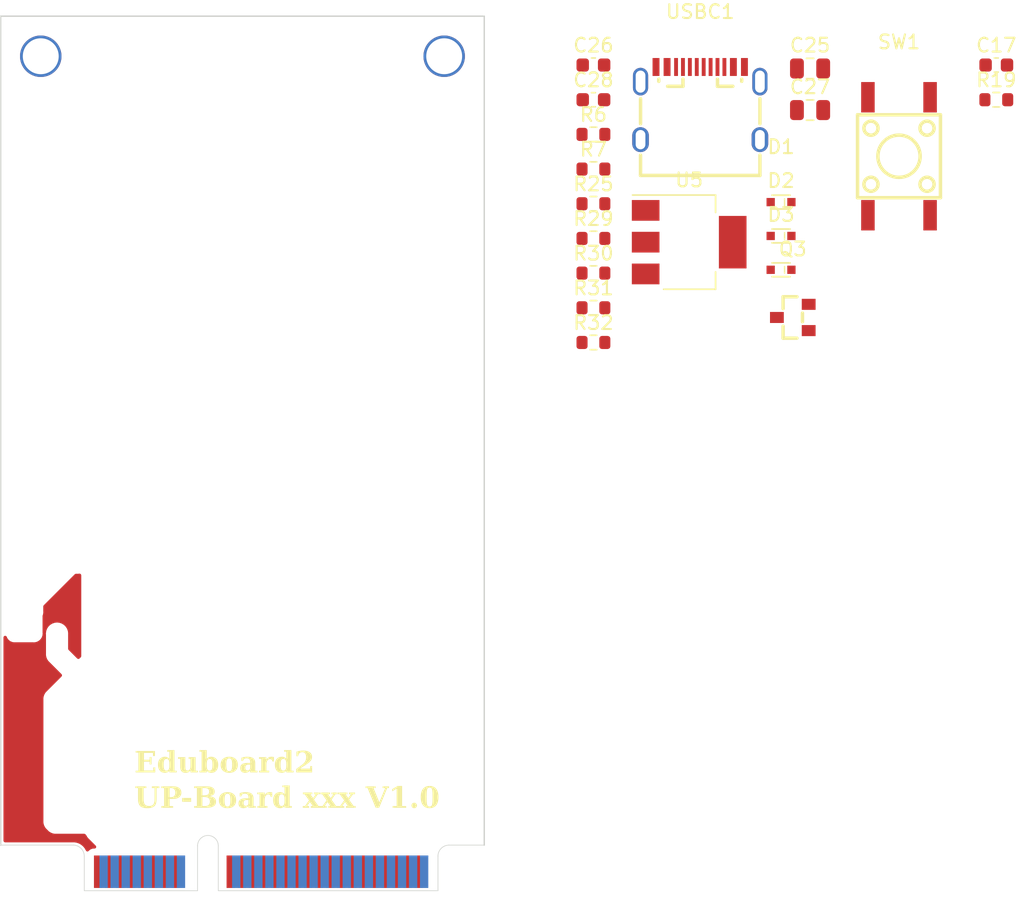
<source format=kicad_pcb>
(kicad_pcb (version 20221018) (generator pcbnew)
  (layers (0 "F.Cu" signal "Front") (1 "In1.Cu" signal) (2 "In2.Cu" signal) (31 "B.Cu" signal "Back") (34 "B.Paste" user) (35 "F.Paste" user) (36 "B.SilkS" user "B.Silkscreen") (37 "F.SilkS" user "F.Silkscreen") (38 "B.Mask" user) (39 "F.Mask" user) (44 "Edge.Cuts" user))
  (property "HW_VERSION" "1.0")
  (net 0 "")
  (net 1 "VBUS")
  (net 2 "+5V")
  (net 3 "UP_Reset")
  (net 4 "USB_Debug_D-")
  (net 6 "USB_Debug_D+")
  (net 10 "D+")
  (net 11 "D-")
  (net 24 "GPIO_RotEnc_SW")
  (net 33 "GPIO_PWM_R")
  (net 34 "GND")
  (net 37 "/DebugChip/D_N")
  (net 38 "/DebugChip/D_P")
  (net 39 "+3V3")
  (net 40 "Net-(USBC1-CC2)")
  (net 42 "Net-(USBC1-CC1)")
  (net 44 "GPIO_PWM_G")
  (net 45 "GPIO_PWM_B")
  (net 46 "GPIO_LED0")
  (net 47 "GPIO_LED1")
  (net 48 "GPIO_LED2")
  (net 49 "GPIO_LED3")
  (net 50 "GPIO_LED4")
  (net 51 "GPIO_LED5")
  (net 52 "GPIO_LED6")
  (net 53 "GPIO_LED7")
  (net 54 "Net-(Q3-D)")
  (net 55 "3.3V_Sense")
  (net 56 "GPIO_Buzzer")
  (net 57 "GPIO_RotEnc_A")
  (net 58 "GPIO_RotEnc_B")
  (footprint "Resistor_SMD:R_0603_1608Metric" (layer "F.Cu") (at 143.4325 117.76)
    (fp_text reference "R32" (at 0 -1.43) (layer "F.SilkS"))
    (fp_text value "0R")
    (fp_line (start -0.237258 -0.5225) (end 0.237258 -0.5225) (stroke (width 0.12)) (layer "F.SilkS"))
    (fp_line (start -0.237258 0.5225) (end 0.237258 0.5225) (stroke (width 0.12)) (layer "F.SilkS"))
    (pad "1" smd roundrect (at -0.825 0) (size 0.8 0.95) (layers "F.Cu" "F.Paste" "F.Mask") (net 10 "D+"))
    (pad "2" smd roundrect (at 0.825 0) (size 0.8 0.95) (layers "F.Cu" "F.Paste" "F.Mask") (net 38 "/DebugChip/D_P"))
  )
  (footprint "EduboardV2_kicadlib:USB-C-SMD_TYPE-C-USB-17" (layer "F.Cu") (at 151.1625 100.45)
    (fp_text reference "USBC1" (at 0 -6.63) (layer "F.SilkS"))
    (fp_text value "USB3.1C16PFSMT")
    (fp_line (start -4.32 1.48) (end -4.32 -0.33) (stroke (width 0.25)) (layer "F.SilkS"))
    (fp_line (start -4.32 5.22) (end -4.32 3.75) (stroke (width 0.25)) (layer "F.SilkS"))
    (fp_line (start -3 -1.59) (end -3 -1.75) (stroke (width 0.25)) (layer "F.SilkS"))
    (fp_line (start -2.36 -1.23) (end -1.25 -1.23) (stroke (width 0.25)) (layer "F.SilkS"))
    (fp_line (start -1.25 -1.23) (end -1.25 -1.75) (stroke (width 0.25)) (layer "F.SilkS"))
    (fp_line (start 1.25 -1.23) (end 1.25 -1.75) (stroke (width 0.25)) (layer "F.SilkS"))
    (fp_line (start 1.25 -1.23) (end 2.36 -1.23) (stroke (width 0.25)) (layer "F.SilkS"))
    (fp_line (start 3 -1.59) (end 3 -1.75) (stroke (width 0.25)) (layer "F.SilkS"))
    (fp_line (start 4.32 1.48) (end 4.32 -0.33) (stroke (width 0.25)) (layer "F.SilkS"))
    (fp_line (start 4.32 5.22) (end -4.32 5.22) (stroke (width 0.25)) (layer "F.SilkS"))
    (fp_line (start 4.32 5.22) (end 4.32 3.75) (stroke (width 0.25)) (layer "F.SilkS"))
    (pad "" np_thru_hole circle (at -2.89 -0.96) (size 0.75 0.75) (drill 0.75) (layers "F&B.Cu" "*.Mask"))
    (pad "" np_thru_hole circle (at 2.89 -0.96) (size 0.75 0.75) (drill 0.75) (layers "F&B.Cu" "*.Mask"))
    (pad "0" thru_hole oval (at -4.32 -1.57) (size 1.1 2) (drill oval 0.700024 1.600022) (layers "*.Cu" "*.Mask") (net 34 "GND"))
    (pad "0" thru_hole oval (at -4.32 2.63) (size 1.2 1.8) (drill oval 0.700024 1.399997) (layers "*.Cu" "*.Mask") (net 34 "GND"))
    (pad "0" thru_hole oval (at 4.32 -1.57) (size 1.1 2) (drill oval 0.700024 1.599971) (layers "*.Cu" "*.Mask") (net 34 "GND"))
    (pad "0" thru_hole oval (at 4.32 2.63) (size 1.2 1.8) (drill oval 0.700024 1.399997) (layers "*.Cu" "*.Mask") (net 34 "GND"))
    (pad "A1" smd rect (at -3.2 -2.63) (size 0.5 1.3) (layers "F.Cu" "F.Paste" "F.Mask") (net 34 "GND"))
    (pad "A4" smd rect (at -2.4 -2.63) (size 0.5 1.3) (layers "F.Cu" "F.Paste" "F.Mask") (net 1 "VBUS"))
    (pad "A5" smd rect (at -1.25 -2.63) (size 0.28 1.3) (layers "F.Cu" "F.Paste" "F.Mask") (net 42 "Net-(USBC1-CC1)"))
    (pad "A6" smd rect (at -0.25 -2.63) (size 0.28 1.3) (layers "F.Cu" "F.Paste" "F.Mask") (net 10 "D+"))
    (pad "A7" smd rect (at 0.25 -2.63) (size 0.28 1.3) (layers "F.Cu" "F.Paste" "F.Mask") (net 11 "D-"))
    (pad "A8" smd rect (at 1.25 -2.63) (size 0.28 1.3) (layers "F.Cu" "F.Paste" "F.Mask"))
    (pad "A9" smd rect (at 2.4 -2.63) (size 0.5 1.3) (layers "F.Cu" "F.Paste" "F.Mask") (net 1 "VBUS"))
    (pad "A12" smd rect (at 3.2 -2.63) (size 0.5 1.3) (layers "F.Cu" "F.Paste" "F.Mask") (net 34 "GND"))
    (pad "B5" smd rect (at 1.75 -2.63) (size 0.28 1.3) (layers "F.Cu" "F.Paste" "F.Mask") (net 40 "Net-(USBC1-CC2)"))
    (pad "B6" smd rect (at 0.75 -2.63) (size 0.28 1.3) (layers "F.Cu" "F.Paste" "F.Mask") (net 10 "D+"))
    (pad "B7" smd rect (at -0.75 -2.63) (size 0.28 1.3) (layers "F.Cu" "F.Paste" "F.Mask") (net 11 "D-"))
    (pad "B8" smd rect (at -1.75 -2.63) (size 0.28 1.3) (layers "F.Cu" "F.Paste" "F.Mask"))
  )
  (footprint "Resistor_SMD:R_0603_1608Metric" (layer "F.Cu") (at 172.5925 100.19)
    (fp_text reference "R19" (at 0 -1.43) (layer "F.SilkS"))
    (fp_text value "10k")
    (fp_line (start -0.237258 -0.5225) (end 0.237258 -0.5225) (stroke (width 0.12)) (layer "F.SilkS"))
    (fp_line (start -0.237258 0.5225) (end 0.237258 0.5225) (stroke (width 0.12)) (layer "F.SilkS"))
    (pad "1" smd roundrect (at -0.825 0) (size 0.8 0.95) (layers "F.Cu" "F.Paste" "F.Mask") (net 39 "+3V3"))
    (pad "2" smd roundrect (at 0.825 0) (size 0.8 0.95) (layers "F.Cu" "F.Paste" "F.Mask") (net 3 "UP_Reset"))
  )
  (footprint "EduboardV2_kicadlib:KEY-SMD_4P-L6.0-W6.0-P4.50-LS9.5-BL" (layer "F.Cu") (at 165.55 104.28)
    (fp_text reference "SW1" (at 0 -8.27) (layer "F.SilkS"))
    (fp_text value "K2-1102SP-C4SC-04")
    (fp_line (start -3 -3) (end 3 -3) (stroke (width 0.25)) (layer "F.SilkS"))
    (fp_line (start -3 3) (end -3 -3) (stroke (width 0.25)) (layer "F.SilkS"))
    (fp_line (start 3 -3) (end 3 3) (stroke (width 0.25)) (layer "F.SilkS"))
    (fp_line (start 3 3) (end -3 3) (stroke (width 0.25)) (layer "F.SilkS"))
    (fp_circle (center -2.03 -2.03) (end -1.52 -2.03) (stroke (width 0.25)) (fill none) (layer "F.SilkS"))
    (fp_circle (center -2.03 2.03) (end -1.52 2.03) (stroke (width 0.25)) (fill none) (layer "F.SilkS"))
    (fp_circle (center 0 0) (end 1.53 0) (stroke (width 0.25)) (fill none) (layer "F.SilkS"))
    (fp_circle (center 2.03 -2.03) (end 2.54 -2.03) (stroke (width 0.25)) (fill none) (layer "F.SilkS"))
    (fp_circle (center 2.03 2.03) (end 2.54 2.03) (stroke (width 0.25)) (fill none) (layer "F.SilkS"))
    (pad "1" smd rect (at -2.25 4.27) (size 0.98 2.2) (layers "F.Cu" "F.Paste" "F.Mask") (net 3 "UP_Reset"))
    (pad "2" smd rect (at -2.25 -4.27) (size 0.98 2.2) (layers "F.Cu" "F.Paste" "F.Mask") (net 3 "UP_Reset"))
    (pad "3" smd rect (at 2.25 4.27) (size 0.98 2.2) (layers "F.Cu" "F.Paste" "F.Mask") (net 34 "GND"))
    (pad "4" smd rect (at 2.25 -4.27) (size 0.98 2.2) (layers "F.Cu" "F.Paste" "F.Mask") (net 34 "GND"))
  )
  (footprint "EduboardV2_kicadlib:mini-PCIe_F1_Full" (layer "F.Cu") (at 115.53 157.4425)
    (fp_text reference "J1" hide)
    (fp_text value "EduboardV2 PCIE UP Board Connector")
    (fp_line (start -15 -63.3) (end -15 -3.3) (stroke (width 0.1)) (layer "Edge.Cuts"))
    (fp_line (start -15 -3.3) (end -9.75 -3.3) (stroke (width 0.05)) (layer "Edge.Cuts"))
    (fp_line (start -8.95 0) (end -8.95 -2.5) (stroke (width 0.05)) (layer "Edge.Cuts"))
    (fp_line (start -0.75 0) (end -8.95 0) (stroke (width 0.05)) (layer "Edge.Cuts"))
    (fp_line (start -0.75 0) (end -0.75 -3.25) (stroke (width 0.05)) (layer "Edge.Cuts"))
    (fp_line (start 0.75 0) (end 0.75 -3.25) (stroke (width 0.05)) (layer "Edge.Cuts"))
    (fp_line (start 0.75 0) (end 16.65 0) (stroke (width 0.05)) (layer "Edge.Cuts"))
    (fp_line (start 16.65 0) (end 16.65 -2.5) (stroke (width 0.05)) (layer "Edge.Cuts"))
    (fp_line (start 17.45 -3.3) (end 20 -3.3) (stroke (width 0.05)) (layer "Edge.Cuts"))
    (fp_line (start 20 -63.3) (end -15 -63.3) (stroke (width 0.1)) (layer "Edge.Cuts"))
    (fp_line (start 20 -3.3) (end 20 -63.3) (stroke (width 0.1)) (layer "Edge.Cuts"))
    (fp_arc (start -9.75 -3.3) (mid -9.184315 -3.065685) (end -8.95 -2.5) (stroke (width 0.05)) (layer "Edge.Cuts"))
    (fp_arc (start -0.75 -3.25) (mid 0 -4) (end 0.75 -3.25) (stroke (width 0.05)) (layer "Edge.Cuts"))
    (fp_arc (start 16.65 -2.5) (mid 16.884315 -3.065685) (end 17.45 -3.3) (stroke (width 0.05)) (layer "Edge.Cuts"))
    (pad "" np_thru_hole circle locked (at -12.1 -60.4) (size 3 3) (drill 2.6) (layers "F&B.Cu"))
    (pad "" np_thru_hole circle locked (at 17.1 -60.4) (size 3 3) (drill 2.6) (layers "F&B.Cu"))
    (pad "1" smd rect locked (at -7.95 -1.375) (size 0.6 2.35) (layers "F.Cu" "F.Mask") (net 34 "GND"))
    (pad "2" smd rect locked (at -7.55 -1.375) (size 0.6 2.35) (layers "B.Cu" "B.Mask") (net 1 "VBUS"))
    (pad "3" smd rect locked (at -7.15 -1.375) (size 0.6 2.35) (layers "F.Cu" "F.Mask") (net 2 "+5V"))
    (pad "4" smd rect locked (at -6.75 -1.375) (size 0.6 2.35) (layers "B.Cu" "B.Mask") (net 2 "+5V"))
    (pad "5" smd rect locked (at -6.35 -1.375) (size 0.6 2.35) (layers "F.Cu" "F.Mask") (net 39 "+3V3"))
    (pad "6" smd rect locked (at -5.95 -1.375) (size 0.6 2.35) (layers "B.Cu" "B.Mask") (net 55 "3.3V_Sense"))
    (pad "7" smd rect locked (at -5.55 -1.375) (size 0.6 2.35) (layers "F.Cu" "F.Mask") (net 34 "GND"))
    (pad "8" smd rect locked (at -5.15 -1.375) (size 0.6 2.35) (layers "B.Cu" "B.Mask") (net 34 "GND"))
    (pad "9" smd rect locked (at -4.75 -1.375) (size 0.6 2.35) (layers "F.Cu" "F.Mask"))
    (pad "10" smd rect locked (at -4.35 -1.375) (size 0.6 2.35) (layers "B.Cu" "B.Mask") (net 4 "USB_Debug_D-"))
    (pad "11" smd rect locked (at -3.95 -1.375) (size 0.6 2.35) (layers "F.Cu" "F.Mask"))
    (pad "12" smd rect locked (at -3.55 -1.375) (size 0.6 2.35) (layers "B.Cu" "B.Mask") (net 6 "USB_Debug_D+"))
    (pad "13" smd rect locked (at -3.15 -1.375) (size 0.6 2.35) (layers "F.Cu" "F.Mask"))
    (pad "14" smd rect locked (at -2.75 -1.375) (size 0.6 2.35) (layers "B.Cu" "B.Mask") (net 34 "GND"))
    (pad "15" smd rect locked (at -2.35 -1.375) (size 0.6 2.35) (layers "F.Cu" "F.Mask"))
    (pad "16" smd rect locked (at -1.95 -1.375) (size 0.6 2.35) (layers "B.Cu" "B.Mask"))
    (pad "17" smd rect locked (at 1.65 -1.375) (size 0.6 2.35) (layers "F.Cu" "F.Mask"))
    (pad "18" smd rect locked (at 2.05 -1.375) (size 0.6 2.35) (layers "B.Cu" "B.Mask"))
    (pad "19" smd rect locked (at 2.45 -1.375) (size 0.6 2.35) (layers "F.Cu" "F.Mask"))
    (pad "20" smd rect locked (at 2.85 -1.375) (size 0.6 2.35) (layers "B.Cu" "B.Mask"))
    (pad "21" smd rect locked (at 3.25 -1.375) (size 0.6 2.35) (layers "F.Cu" "F.Mask") (net 58 "GPIO_RotEnc_B"))
    (pad "22" smd rect locked (at 3.65 -1.375) (size 0.6 2.35) (layers "B.Cu" "B.Mask"))
    (pad "23" smd rect locked (at 4.05 -1.375) (size 0.6 2.35) (layers "F.Cu" "F.Mask") (net 57 "GPIO_RotEnc_A"))
    (pad "24" smd rect locked (at 4.45 -1.375) (size 0.6 2.35) (layers "B.Cu" "B.Mask"))
    (pad "25" smd rect locked (at 4.85 -1.375) (size 0.6 2.35) (layers "F.Cu" "F.Mask") (net 24 "GPIO_RotEnc_SW"))
    (pad "26" smd rect locked (at 5.25 -1.375) (size 0.6 2.35) (layers "B.Cu" "B.Mask"))
    (pad "27" smd rect locked (at 5.65 -1.375) (size 0.6 2.35) (layers "F.Cu" "F.Mask") (net 56 "GPIO_Buzzer"))
    (pad "28" smd rect locked (at 6.05 -1.375) (size 0.6 2.35) (layers "B.Cu" "B.Mask"))
    (pad "29" smd rect locked (at 6.45 -1.375) (size 0.6 2.35) (layers "F.Cu" "F.Mask"))
    (pad "30" smd rect locked (at 6.85 -1.375) (size 0.6 2.35) (layers "B.Cu" "B.Mask"))
    (pad "31" smd rect locked (at 7.25 -1.375) (size 0.6 2.35) (layers "F.Cu" "F.Mask") (net 33 "GPIO_PWM_R"))
    (pad "32" smd rect locked (at 7.65 -1.375) (size 0.6 2.35) (layers "B.Cu" "B.Mask"))
    (pad "33" smd rect locked (at 8.05 -1.375) (size 0.6 2.35) (layers "F.Cu" "F.Mask") (net 44 "GPIO_PWM_G"))
    (pad "34" smd rect locked (at 8.45 -1.375) (size 0.6 2.35) (layers "B.Cu" "B.Mask"))
    (pad "35" smd rect locked (at 8.85 -1.375) (size 0.6 2.35) (layers "F.Cu" "F.Mask") (net 45 "GPIO_PWM_B"))
    (pad "36" smd rect locked (at 9.25 -1.375) (size 0.6 2.35) (layers "B.Cu" "B.Mask"))
    (pad "37" smd rect locked (at 9.65 -1.375) (size 0.6 2.35) (layers "F.Cu" "F.Mask") (net 46 "GPIO_LED0"))
    (pad "38" smd rect locked (at 10.05 -1.375) (size 0.6 2.35) (layers "B.Cu" "B.Mask"))
    (pad "39" smd rect locked (at 10.45 -1.375) (size 0.6 2.35) (layers "F.Cu" "F.Mask") (net 47 "GPIO_LED1"))
    (pad "40" smd rect locked (at 10.85 -1.375) (size 0.6 2.35) (layers "B.Cu" "B.Mask"))
    (pad "41" smd rect locked (at 11.25 -1.375) (size 0.6 2.35) (layers "F.Cu" "F.Mask") (net 48 "GPIO_LED2"))
    (pad "42" smd rect locked (at 11.65 -1.375) (size 0.6 2.35) (layers "B.Cu" "B.Mask"))
    (pad "43" smd rect locked (at 12.05 -1.375) (size 0.6 2.35) (layers "F.Cu" "F.Mask") (net 49 "GPIO_LED3"))
    (pad "44" smd rect locked (at 12.45 -1.375) (size 0.6 2.35) (layers "B.Cu" "B.Mask"))
    (pad "45" smd rect locked (at 12.85 -1.375) (size 0.6 2.35) (layers "F.Cu" "F.Mask") (net 50 "GPIO_LED4"))
    (pad "46" smd rect locked (at 13.25 -1.375) (size 0.6 2.35) (layers "B.Cu" "B.Mask"))
    (pad "47" smd rect locked (at 13.65 -1.375) (size 0.6 2.35) (layers "F.Cu" "F.Mask") (net 51 "GPIO_LED5"))
    (pad "48" smd rect locked (at 14.05 -1.375) (size 0.6 2.35) (layers "B.Cu" "B.Mask"))
    (pad "49" smd rect locked (at 14.45 -1.375) (size 0.6 2.35) (layers "F.Cu" "F.Mask") (net 52 "GPIO_LED6"))
    (pad "50" smd rect locked (at 14.85 -1.375) (size 0.6 2.35) (layers "B.Cu" "B.Mask"))
    (pad "51" smd rect locked (at 15.25 -1.375) (size 0.6 2.35) (layers "F.Cu" "F.Mask") (net 53 "GPIO_LED7"))
    (pad "52" smd rect locked (at 15.65 -1.375) (size 0.6 2.35) (layers "B.Cu" "B.Mask"))
  )
  (footprint "EduboardV2_kicadlib:SOT-23_L2.9-W1.3-P1.90-LS2.4-BR" (layer "F.Cu") (at 157.8625 115.95)
    (fp_text reference "Q3" (at 0 -4.95) (layer "F.SilkS"))
    (fp_text value "AO3401A")
    (fp_line (start -0.7 -1.5) (end 0.3 -1.5) (stroke (width 0.25)) (layer "F.SilkS"))
    (fp_line (start -0.7 -0.64) (end -0.7 -1.5) (stroke (width 0.25)) (layer "F.SilkS"))
    (fp_line (start -0.7 1.5) (end -0.7 0.63) (stroke (width 0.25)) (layer "F.SilkS"))
    (fp_line (start -0.7 1.5) (end 0.3 1.5) (stroke (width 0.25)) (layer "F.SilkS"))
    (fp_line (start 0.7 0.31) (end 0.7 -0.32) (stroke (width 0.25)) (layer "F.SilkS"))
    (pad "1" smd rect (at 1.15 0.95 180) (size 1 0.8) (layers "F.Cu" "F.Paste" "F.Mask") (net 55 "3.3V_Sense"))
    (pad "2" smd rect (at 1.15 -0.95 180) (size 1 0.8) (layers "F.Cu" "F.Paste" "F.Mask") (net 39 "+3V3"))
    (pad "3" smd rect (at -1.15 0 180) (size 1 0.8) (layers "F.Cu" "F.Paste" "F.Mask") (net 54 "Net-(Q3-D)"))
  )
  (footprint "Capacitor_SMD:C_0603_1608Metric" (layer "F.Cu") (at 172.5925 97.68)
    (fp_text reference "C17" (at 0 -1.43) (layer "F.SilkS"))
    (fp_text value "100n")
    (fp_line (start -0.14058 -0.51) (end 0.14058 -0.51) (stroke (width 0.12)) (layer "F.SilkS"))
    (fp_line (start -0.14058 0.51) (end 0.14058 0.51) (stroke (width 0.12)) (layer "F.SilkS"))
    (pad "1" smd roundrect (at -0.775 0) (size 0.9 0.95) (layers "F.Cu" "F.Paste" "F.Mask") (net 3 "UP_Reset"))
    (pad "2" smd roundrect (at 0.775 0) (size 0.9 0.95) (layers "F.Cu" "F.Paste" "F.Mask") (net 34 "GND"))
  )
  (footprint "Resistor_SMD:R_0603_1608Metric" (layer "F.Cu") (at 143.4325 110.23)
    (fp_text reference "R29" (at 0 -1.43) (layer "F.SilkS"))
    (fp_text value "0R")
    (fp_line (start -0.237258 -0.5225) (end 0.237258 -0.5225) (stroke (width 0.12)) (layer "F.SilkS"))
    (fp_line (start -0.237258 0.5225) (end 0.237258 0.5225) (stroke (width 0.12)) (layer "F.SilkS"))
    (pad "1" smd roundrect (at -0.825 0) (size 0.8 0.95) (layers "F.Cu" "F.Paste" "F.Mask") (net 4 "USB_Debug_D-"))
    (pad "2" smd roundrect (at 0.825 0) (size 0.8 0.95) (layers "F.Cu" "F.Paste" "F.Mask") (net 37 "/DebugChip/D_N"))
  )
  (footprint "Resistor_SMD:R_0603_1608Metric" (layer "F.Cu") (at 143.4325 115.25)
    (fp_text reference "R31" (at 0 -1.43) (layer "F.SilkS"))
    (fp_text value "0R")
    (fp_line (start -0.237258 -0.5225) (end 0.237258 -0.5225) (stroke (width 0.12)) (layer "F.SilkS"))
    (fp_line (start -0.237258 0.5225) (end 0.237258 0.5225) (stroke (width 0.12)) (layer "F.SilkS"))
    (pad "1" smd roundrect (at -0.825 0) (size 0.8 0.95) (layers "F.Cu" "F.Paste" "F.Mask") (net 11 "D-"))
    (pad "2" smd roundrect (at 0.825 0) (size 0.8 0.95) (layers "F.Cu" "F.Paste" "F.Mask") (net 37 "/DebugChip/D_N"))
  )
  (footprint "Resistor_SMD:R_0603_1608Metric" (layer "F.Cu") (at 143.4325 112.74)
    (fp_text reference "R30" (at 0 -1.43) (layer "F.SilkS"))
    (fp_text value "0R")
    (fp_line (start -0.237258 -0.5225) (end 0.237258 -0.5225) (stroke (width 0.12)) (layer "F.SilkS"))
    (fp_line (start -0.237258 0.5225) (end 0.237258 0.5225) (stroke (width 0.12)) (layer "F.SilkS"))
    (pad "1" smd roundrect (at -0.825 0) (size 0.8 0.95) (layers "F.Cu" "F.Paste" "F.Mask") (net 6 "USB_Debug_D+"))
    (pad "2" smd roundrect (at 0.825 0) (size 0.8 0.95) (layers "F.Cu" "F.Paste" "F.Mask") (net 38 "/DebugChip/D_P"))
  )
  (footprint "Resistor_SMD:R_0603_1608Metric" (layer "F.Cu") (at 143.4325 107.72)
    (fp_text reference "R25" (at 0 -1.43) (layer "F.SilkS"))
    (fp_text value "2k2")
    (fp_line (start -0.237258 -0.5225) (end 0.237258 -0.5225) (stroke (width 0.12)) (layer "F.SilkS"))
    (fp_line (start -0.237258 0.5225) (end 0.237258 0.5225) (stroke (width 0.12)) (layer "F.SilkS"))
    (pad "1" smd roundrect (at -0.825 0) (size 0.8 0.95) (layers "F.Cu" "F.Paste" "F.Mask") (net 55 "3.3V_Sense"))
    (pad "2" smd roundrect (at 0.825 0) (size 0.8 0.95) (layers "F.Cu" "F.Paste" "F.Mask") (net 34 "GND"))
  )
  (footprint "Capacitor_SMD:C_0805_2012Metric" (layer "F.Cu") (at 159.1125 97.93)
    (fp_text reference "C25" (at 0 -1.68) (layer "F.SilkS"))
    (fp_text value "4u7")
    (fp_line (start -0.261252 -0.735) (end 0.261252 -0.735) (stroke (width 0.12)) (layer "F.SilkS"))
    (fp_line (start -0.261252 0.735) (end 0.261252 0.735) (stroke (width 0.12)) (layer "F.SilkS"))
    (pad "1" smd roundrect (at -0.95 0) (size 1 1.45) (layers "F.Cu" "F.Paste" "F.Mask") (net 34 "GND"))
    (pad "2" smd roundrect (at 0.95 0) (size 1 1.45) (layers "F.Cu" "F.Paste" "F.Mask") (net 1 "VBUS"))
  )
  (footprint "EduboardV2_kicadlib:SOD-523_L1.2-W0.8-LS1.6-BI" (layer "F.Cu") (at 157.0125 112.5)
    (fp_text reference "D3" (at 0 -4) (layer "F.SilkS"))
    (fp_text value "LESD5D5.0CT1G")
    (fp_line (start -0.65 -0.5) (end 0.65 -0.5) (stroke (width 0.13)) (layer "F.SilkS"))
    (fp_line (start -0.65 0.5) (end 0.65 0.5) (stroke (width 0.13)) (layer "F.SilkS"))
    (fp_line (start 0.254 -0.24) (end 0.254 0.24) (stroke (width 0.1)) (layer "F.SilkS"))
    (pad "1" smd rect (at -0.75 0) (size 0.6 0.6) (layers "F.Cu" "F.Paste" "F.Mask") (net 34 "GND"))
    (pad "2" smd rect (at 0.75 0 180) (size 0.6 0.6) (layers "F.Cu" "F.Paste" "F.Mask") (net 11 "D-"))
  )
  (footprint "Capacitor_SMD:C_0603_1608Metric" (layer "F.Cu") (at 143.4325 100.19)
    (fp_text reference "C28" (at 0 -1.43) (layer "F.SilkS"))
    (fp_text value "100n")
    (fp_line (start -0.14058 -0.51) (end 0.14058 -0.51) (stroke (width 0.12)) (layer "F.SilkS"))
    (fp_line (start -0.14058 0.51) (end 0.14058 0.51) (stroke (width 0.12)) (layer "F.SilkS"))
    (pad "1" smd roundrect (at -0.775 0) (size 0.9 0.95) (layers "F.Cu" "F.Paste" "F.Mask") (net 34 "GND"))
    (pad "2" smd roundrect (at 0.775 0) (size 0.9 0.95) (layers "F.Cu" "F.Paste" "F.Mask") (net 54 "Net-(Q3-D)"))
  )
  (footprint "Capacitor_SMD:C_0603_1608Metric" (layer "F.Cu") (at 143.4325 97.68)
    (fp_text reference "C26" (at 0 -1.43) (layer "F.SilkS"))
    (fp_text value "100n")
    (fp_line (start -0.14058 -0.51) (end 0.14058 -0.51) (stroke (width 0.12)) (layer "F.SilkS"))
    (fp_line (start -0.14058 0.51) (end 0.14058 0.51) (stroke (width 0.12)) (layer "F.SilkS"))
    (pad "1" smd roundrect (at -0.775 0) (size 0.9 0.95) (layers "F.Cu" "F.Paste" "F.Mask") (net 34 "GND"))
    (pad "2" smd roundrect (at 0.775 0) (size 0.9 0.95) (layers "F.Cu" "F.Paste" "F.Mask") (net 1 "VBUS"))
  )
  (footprint "Resistor_SMD:R_0603_1608Metric" (layer "F.Cu") (at 143.4325 105.21)
    (fp_text reference "R7" (at 0 -1.43) (layer "F.SilkS"))
    (fp_text value "10k")
    (fp_line (start -0.237258 -0.5225) (end 0.237258 -0.5225) (stroke (width 0.12)) (layer "F.SilkS"))
    (fp_line (start -0.237258 0.5225) (end 0.237258 0.5225) (stroke (width 0.12)) (layer "F.SilkS"))
    (pad "1" smd roundrect (at -0.825 0) (size 0.8 0.95) (layers "F.Cu" "F.Paste" "F.Mask") (net 42 "Net-(USBC1-CC1)"))
    (pad "2" smd roundrect (at 0.825 0) (size 0.8 0.95) (layers "F.Cu" "F.Paste" "F.Mask") (net 34 "GND"))
  )
  (footprint "Capacitor_SMD:C_0805_2012Metric" (layer "F.Cu") (at 159.1125 100.94)
    (fp_text reference "C27" (at 0 -1.68) (layer "F.SilkS"))
    (fp_text value "4u7")
    (fp_line (start -0.261252 -0.735) (end 0.261252 -0.735) (stroke (width 0.12)) (layer "F.SilkS"))
    (fp_line (start -0.261252 0.735) (end 0.261252 0.735) (stroke (width 0.12)) (layer "F.SilkS"))
    (pad "1" smd roundrect (at -0.95 0) (size 1 1.45) (layers "F.Cu" "F.Paste" "F.Mask") (net 34 "GND"))
    (pad "2" smd roundrect (at 0.95 0) (size 1 1.45) (layers "F.Cu" "F.Paste" "F.Mask") (net 54 "Net-(Q3-D)"))
  )
  (footprint "EduboardV2_kicadlib:SOD-523_L1.2-W0.8-LS1.6-BI" (layer "F.Cu") (at 157.0125 110.05)
    (fp_text reference "D2" (at 0 -4) (layer "F.SilkS"))
    (fp_text value "LESD5D5.0CT1G")
    (fp_line (start -0.65 -0.5) (end 0.65 -0.5) (stroke (width 0.13)) (layer "F.SilkS"))
    (fp_line (start -0.65 0.5) (end 0.65 0.5) (stroke (width 0.13)) (layer "F.SilkS"))
    (fp_line (start 0.254 -0.24) (end 0.254 0.24) (stroke (width 0.1)) (layer "F.SilkS"))
    (pad "1" smd rect (at -0.75 0) (size 0.6 0.6) (layers "F.Cu" "F.Paste" "F.Mask") (net 34 "GND"))
    (pad "2" smd rect (at 0.75 0 180) (size 0.6 0.6) (layers "F.Cu" "F.Paste" "F.Mask") (net 10 "D+"))
  )
  (footprint "EduboardV2_kicadlib:SOD-523_L1.2-W0.8-LS1.6-BI" (layer "F.Cu") (at 157.0125 107.6)
    (fp_text reference "D1" (at 0 -4) (layer "F.SilkS"))
    (fp_text value "LESD5D5.0CT1G")
    (fp_line (start -0.65 -0.5) (end 0.65 -0.5) (stroke (width 0.13)) (layer "F.SilkS"))
    (fp_line (start -0.65 0.5) (end 0.65 0.5) (stroke (width 0.13)) (layer "F.SilkS"))
    (fp_line (start 0.254 -0.24) (end 0.254 0.24) (stroke (width 0.1)) (layer "F.SilkS"))
    (pad "1" smd rect (at -0.75 0) (size 0.6 0.6) (layers "F.Cu" "F.Paste" "F.Mask") (net 34 "GND"))
    (pad "2" smd rect (at 0.75 0 180) (size 0.6 0.6) (layers "F.Cu" "F.Paste" "F.Mask") (net 1 "VBUS"))
  )
  (footprint "Package_TO_SOT_SMD:SOT-223-3_TabPin2" (layer "F.Cu") (at 150.3625 110.5)
    (fp_text reference "U5" (at 0 -4.5) (layer "F.SilkS"))
    (fp_text value "LD1117S33TR_SOT223")
    (fp_line (start -4.1 -3.41) (end 1.91 -3.41) (stroke (width 0.12)) (layer "F.SilkS"))
    (fp_line (start -1.85 3.41) (end 1.91 3.41) (stroke (width 0.12)) (layer "F.SilkS"))
    (fp_line (start 1.91 -3.41) (end 1.91 -2.15) (stroke (width 0.12)) (layer "F.SilkS"))
    (fp_line (start 1.91 3.41) (end 1.91 2.15) (stroke (width 0.12)) (layer "F.SilkS"))
    (pad "1" smd rect (at -3.15 -2.3) (size 2 1.5) (layers "F.Cu" "F.Paste" "F.Mask") (net 34 "GND"))
    (pad "2" smd rect (at -3.15 0) (size 2 1.5) (layers "F.Cu" "F.Paste" "F.Mask") (net 54 "Net-(Q3-D)"))
    (pad "2" smd rect (at 3.15 0) (size 2 3.8) (layers "F.Cu" "F.Paste" "F.Mask") (net 54 "Net-(Q3-D)"))
    (pad "3" smd rect (at -3.15 2.3) (size 2 1.5) (layers "F.Cu" "F.Paste" "F.Mask") (net 1 "VBUS"))
  )
  (footprint "Resistor_SMD:R_0603_1608Metric" (layer "F.Cu") (at 143.4325 102.7)
    (fp_text reference "R6" (at 0 -1.43) (layer "F.SilkS"))
    (fp_text value "10k")
    (fp_line (start -0.237258 -0.5225) (end 0.237258 -0.5225) (stroke (width 0.12)) (layer "F.SilkS"))
    (fp_line (start -0.237258 0.5225) (end 0.237258 0.5225) (stroke (width 0.12)) (layer "F.SilkS"))
    (pad "1" smd roundrect (at -0.825 0) (size 0.8 0.95) (layers "F.Cu" "F.Paste" "F.Mask") (net 40 "Net-(USBC1-CC2)"))
    (pad "2" smd roundrect (at 0.825 0) (size 0.8 0.95) (layers "F.Cu" "F.Paste" "F.Mask") (net 34 "GND"))
  )
  (gr_text "Eduboard2\nUP-Board xxx V${HW_VERSION}" (at 110.2 151.7) (layer "F.SilkS") (effects (font (size 1.524 1.524) (thickness 0.3048) bold italic) (justify left bottom)))
  (zone locked (net 34) (net_name "GND") (layers "F.Cu" "In2.Cu" "B.Cu") (connect_pads (clearance 0.5)) (min_thickness 0.25) (fill yes (thermal_gap 0.5) (thermal_bridge_width 0.5))
    (polygon (pts (xy 100.5332 94.1324) (xy 135.5344 94.1324) (xy 135.5344 157.4546) (xy 100.5078 157.4546)))
  )
)
</source>
